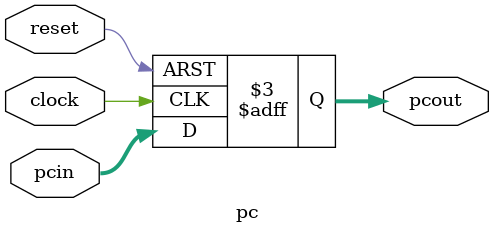
<source format=v>
`timescale 1ns / 1ps


module pc(
    input clock,
    input reset, 
    input [7:0] pcin,
    output reg [7:0] pcout
    );
    
   
    always @ (posedge clock, posedge reset)
        if (reset == 1)
            pcout <= 8'b00000000;
        else 
            pcout <= pcin;     
endmodule

</source>
